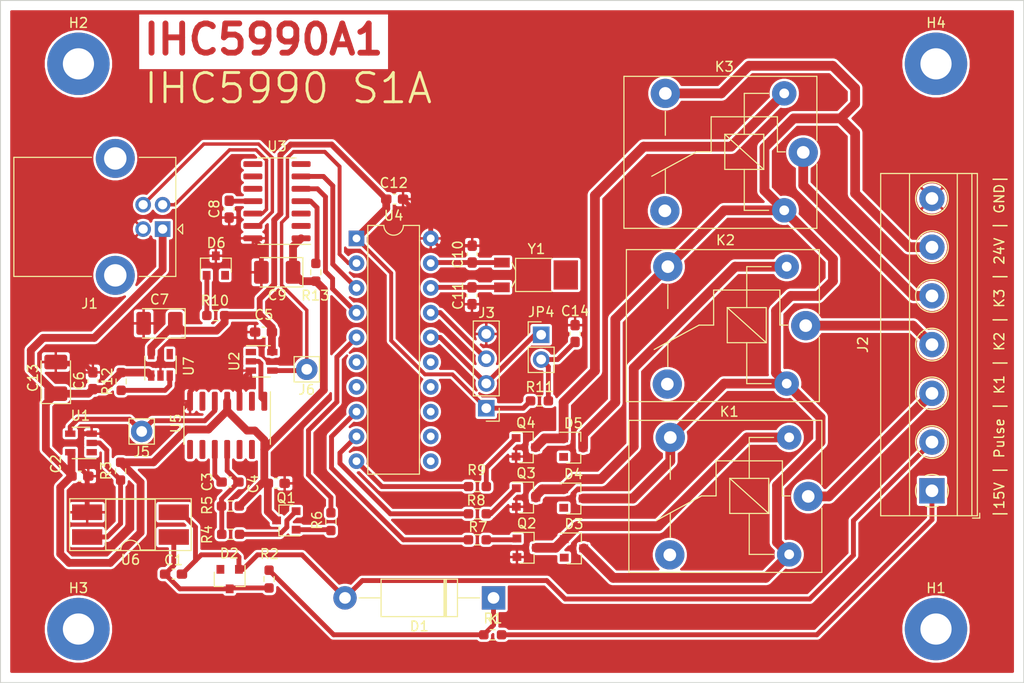
<source format=kicad_pcb>
(kicad_pcb (version 20171130) (host pcbnew "(5.1.10)-1")
  (layers (0 F.Cu signal) (31 B.Cu signal) (34 B.Paste user) (35 F.Paste user) (36 B.SilkS user) (37 F.SilkS user) (38 B.Mask user) (39 F.Mask user) (44 Edge.Cuts user))
  (net 0 "")
  (net 1 "Net-(C1-Pad2)")
  (net 2 "Net-(C1-Pad1)")
  (net 3 GND)
  (net 4 +3V3)
  (net 5 "Net-(C3-Pad1)")
  (net 6 "Net-(C3-Pad2)")
  (net 7 "Net-(C8-Pad2)")
  (net 8 "Net-(C10-Pad2)")
  (net 9 "Net-(C11-Pad2)")
  (net 10 "Net-(D1-Pad1)")
  (net 11 +24V)
  (net 12 "Net-(J1-Pad5)")
  (net 13 Test)
  (net 14 RST)
  (net 15 K1)
  (net 16 K2)
  (net 17 K3)
  (net 18 "Net-(K1-Pad4)")
  (net 19 "Net-(K2-Pad4)")
  (net 20 "Net-(K3-Pad4)")
  (net 21 "Net-(Q1-Pad2)")
  (net 22 "Net-(R3-Pad2)")
  (net 23 P1.3)
  (net 24 P2.0)
  (net 25 P2.1)
  (net 26 P2.2)
  (net 27 P1.0)
  (net 28 "Net-(U2-Pad2)")
  (net 29 "Net-(U3-Pad2)")
  (net 30 "Net-(U3-Pad3)")
  (net 31 "Net-(U3-Pad5)")
  (net 32 "Net-(U3-Pad6)")
  (net 33 "Net-(U3-Pad7)")
  (net 34 "Net-(U3-Pad8)")
  (net 35 "Net-(U3-Pad9)")
  (net 36 "Net-(U3-Pad10)")
  (net 37 "Net-(U4-Pad11)")
  (net 38 "Net-(U4-Pad12)")
  (net 39 "Net-(U4-Pad13)")
  (net 40 "Net-(U4-Pad14)")
  (net 41 "Net-(U4-Pad15)")
  (net 42 "Net-(U4-Pad6)")
  (net 43 "Net-(U4-Pad7)")
  (net 44 "Net-(U5-Pad9)")
  (net 45 "Net-(U5-Pad6)")
  (net 46 "Net-(U7-Pad4)")
  (net 47 +5V)
  (net 48 "Net-(D6-Pad2)")
  (net 49 "Net-(J5-Pad1)")
  (net 50 "Net-(J2-Pad1)")
  (net 51 "Net-(C14-Pad1)")
  (net 52 "Net-(D3-Pad2)")
  (net 53 "Net-(D4-Pad2)")
  (net 54 "Net-(D5-Pad2)")
  (net 55 "Net-(Q1-Pad1)")
  (net 56 "Net-(Q2-Pad1)")
  (net 57 "Net-(Q3-Pad1)")
  (net 58 "Net-(Q4-Pad1)")
  (net 59 "Net-(R12-Pad1)")
  (net 60 "Net-(J1-Pad2)")
  (net 61 "Net-(J1-Pad3)")
  (net 62 "Net-(R13-Pad1)")
  (module Connector_Pin:Pin_D1.1mm_L8.5mm_W2.5mm_FlatFork (layer F.Cu) (at 65.4304 76.8477)
    (fp_text reference J6 (at 0 2.1) (layer F.SilkS))
    (fp_text value Header)
    (pad 1 thru_hole circle (at 0 0) (size 2.2 2.2) (drill 1.1) (layers *.Cu *.Mask) (net 27 P1.0))
  )
  (module TerminalBlock_Phoenix:TerminalBlock_Phoenix_MKDS-1,5-7_1x07_P5.00mm_Horizontal (layer F.Cu) (at 129.584 89.314 90)
    (fp_text reference J2 (at 15 -7.084 90) (layer F.SilkS))
    (fp_text value Conn_01x07_Female)
    (pad 1 thru_hole rect (at 0 0 90) (size 2.6 2.6) (drill 1.3) (layers *.Cu *.Mask) (net 50 "Net-(J2-Pad1)"))
    (pad 2 thru_hole circle (at 5 0 90) (size 2.6 2.6) (drill 1.3) (layers *.Cu *.Mask) (net 1 "Net-(C1-Pad2)"))
    (pad 3 thru_hole circle (at 10 0 90) (size 2.6 2.6) (drill 1.3) (layers *.Cu *.Mask) (net 15 K1))
    (pad 4 thru_hole circle (at 15 0 90) (size 2.6 2.6) (drill 1.3) (layers *.Cu *.Mask) (net 16 K2))
    (pad 5 thru_hole circle (at 20 0 90) (size 2.6 2.6) (drill 1.3) (layers *.Cu *.Mask) (net 17 K3))
    (pad 6 thru_hole circle (at 25 0 90) (size 2.6 2.6) (drill 1.3) (layers *.Cu *.Mask) (net 11 +24V))
    (pad 7 thru_hole circle (at 30 0 90) (size 2.6 2.6) (drill 1.3) (layers *.Cu *.Mask) (net 3 GND))
  )
  (module Resistor_SMD:R_0603_1608Metric_Pad0.98x0.95mm_HandSolder (layer F.Cu) (at 67.9069 92.4814 270)
    (fp_text reference R6 (at -0.1524 1.4224 90) (layer F.SilkS))
    (fp_text value 10K)
    (pad 2 smd roundrect (at 0.9125 0 270) (size 0.975 0.95) (layers F.Cu F.Paste F.Mask) (net 55 "Net-(Q1-Pad1)"))
    (pad 1 smd roundrect (at -0.9125 0 270) (size 0.975 0.95) (layers F.Cu F.Paste F.Mask) (net 23 P1.3))
  )
  (module Package_TO_SOT_SMD:SOT-23-5 (layer F.Cu) (at 50.419 76.3905 90)
    (fp_text reference U7 (at -0.1397 2.8956 270) (layer F.SilkS))
    (fp_text value MIC5317-3.3YM5-TR)
    (pad 5 smd rect (at 1.1 -0.95 90) (size 1.06 0.65) (layers F.Cu F.Paste F.Mask) (net 4 +3V3))
    (pad 4 smd rect (at 1.1 0.95 90) (size 1.06 0.65) (layers F.Cu F.Paste F.Mask) (net 46 "Net-(U7-Pad4)"))
    (pad 3 smd rect (at -1.1 0.95 90) (size 1.06 0.65) (layers F.Cu F.Paste F.Mask) (net 59 "Net-(R12-Pad1)"))
    (pad 2 smd rect (at -1.1 0 90) (size 1.06 0.65) (layers F.Cu F.Paste F.Mask) (net 3 GND))
    (pad 1 smd rect (at -1.1 -0.95 90) (size 1.06 0.65) (layers F.Cu F.Paste F.Mask) (net 47 +5V))
  )
  (module Connector_USB:USB_B_Lumberg_2411_02_Horizontal (layer F.Cu) (at 50.6408 62.458 180)
    (fp_text reference J1 (at 7.5 -7.65) (layer F.SilkS))
    (fp_text value USB_B)
    (pad 1 thru_hole rect (at 0 0 270) (size 1.6 1.6) (drill 0.95) (layers *.Cu *.Mask) (net 47 +5V))
    (pad 2 thru_hole circle (at 0 2.5 270) (size 1.6 1.6) (drill 0.95) (layers *.Cu *.Mask) (net 60 "Net-(J1-Pad2)"))
    (pad 3 thru_hole circle (at 2 2.5 270) (size 1.6 1.6) (drill 0.95) (layers *.Cu *.Mask) (net 61 "Net-(J1-Pad3)"))
    (pad 4 thru_hole circle (at 2 0 270) (size 1.6 1.6) (drill 0.95) (layers *.Cu *.Mask) (net 3 GND))
    (pad 5 thru_hole circle (at 4.86 7.25 270) (size 4 4) (drill 2.3) (layers *.Cu *.Mask) (net 12 "Net-(J1-Pad5)"))
    (pad 5 thru_hole circle (at 4.86 -4.75 270) (size 4 4) (drill 2.3) (layers *.Cu *.Mask) (net 12 "Net-(J1-Pad5)"))
  )
  (module Capacitor_SMD:C_0603_1608Metric_Pad1.08x0.95mm_HandSolder (layer F.Cu) (at 51.7573 97.8656)
    (fp_text reference C1 (at 0 -1.43) (layer F.SilkS))
    (fp_text value 100pF)
    (pad 2 smd roundrect (at 0.8625 0) (size 1.075 0.95) (layers F.Cu F.Paste F.Mask) (net 1 "Net-(C1-Pad2)"))
    (pad 1 smd roundrect (at -0.8625 0) (size 1.075 0.95) (layers F.Cu F.Paste F.Mask) (net 2 "Net-(C1-Pad1)"))
  )
  (module Capacitor_SMD:C_0603_1608Metric_Pad1.08x0.95mm_HandSolder (layer F.Cu) (at 42.1475 87.81 180)
    (fp_text reference C2 (at 2.46 1.2595 90) (layer F.SilkS))
    (fp_text value 100nF)
    (pad 1 smd roundrect (at -0.8625 0 180) (size 1.075 0.95) (layers F.Cu F.Paste F.Mask) (net 3 GND))
    (pad 2 smd roundrect (at 0.8625 0 180) (size 1.075 0.95) (layers F.Cu F.Paste F.Mask) (net 47 +5V))
  )
  (module Capacitor_SMD:C_0603_1608Metric_Pad1.08x0.95mm_HandSolder (layer F.Cu) (at 57.5525 88.42)
    (fp_text reference C3 (at -2.3525 -0.02 90) (layer F.SilkS))
    (fp_text value 68nF)
    (pad 2 smd roundrect (at 0.8625 0) (size 1.075 0.95) (layers F.Cu F.Paste F.Mask) (net 6 "Net-(C3-Pad2)"))
    (pad 1 smd roundrect (at -0.8625 0) (size 1.075 0.95) (layers F.Cu F.Paste F.Mask) (net 5 "Net-(C3-Pad1)"))
  )
  (module Capacitor_SMD:C_0603_1608Metric_Pad1.08x0.95mm_HandSolder (layer F.Cu) (at 62.2993 88.5496)
    (fp_text reference C4 (at -2.3553 0.0504 90) (layer F.SilkS))
    (fp_text value 100nF)
    (pad 1 smd roundrect (at -0.8625 0) (size 1.075 0.95) (layers F.Cu F.Paste F.Mask) (net 47 +5V))
    (pad 2 smd roundrect (at 0.8625 0) (size 1.075 0.95) (layers F.Cu F.Paste F.Mask) (net 3 GND))
  )
  (module Capacitor_SMD:C_0603_1608Metric_Pad1.08x0.95mm_HandSolder (layer F.Cu) (at 60.9933 73.0299 180)
    (fp_text reference C5 (at -0.0302 1.7702) (layer F.SilkS))
    (fp_text value 100nF)
    (pad 1 smd roundrect (at -0.8625 0 180) (size 1.075 0.95) (layers F.Cu F.Paste F.Mask) (net 4 +3V3))
    (pad 2 smd roundrect (at 0.8625 0 180) (size 1.075 0.95) (layers F.Cu F.Paste F.Mask) (net 3 GND))
  )
  (module Capacitor_SMD:C_0603_1608Metric_Pad1.08x0.95mm_HandSolder (layer F.Cu) (at 43.48 78.02 90)
    (fp_text reference C6 (at 0 -1.43 90) (layer F.SilkS))
    (fp_text value 100nF)
    (pad 2 smd roundrect (at 0.8625 0 90) (size 1.075 0.95) (layers F.Cu F.Paste F.Mask) (net 3 GND))
    (pad 1 smd roundrect (at -0.8625 0 90) (size 1.075 0.95) (layers F.Cu F.Paste F.Mask) (net 47 +5V))
  )
  (module Capacitor_SMD:C_0603_1608Metric_Pad1.08x0.95mm_HandSolder (layer F.Cu) (at 57.4675 60.415 90)
    (fp_text reference C8 (at 0.0265 -1.524 90) (layer F.SilkS))
    (fp_text value 100nF)
    (pad 2 smd roundrect (at 0.8625 0 90) (size 1.075 0.95) (layers F.Cu F.Paste F.Mask) (net 7 "Net-(C8-Pad2)"))
    (pad 1 smd roundrect (at -0.8625 0 90) (size 1.075 0.95) (layers F.Cu F.Paste F.Mask) (net 3 GND))
  )
  (module Capacitor_SMD:C_0603_1608Metric_Pad1.08x0.95mm_HandSolder (layer F.Cu) (at 82.4068 65.0271 270)
    (fp_text reference C10 (at 0.0375 1.475 90) (layer F.SilkS))
    (fp_text value 15pF)
    (pad 2 smd roundrect (at 0.8625 0 270) (size 1.075 0.95) (layers F.Cu F.Paste F.Mask) (net 8 "Net-(C10-Pad2)"))
    (pad 1 smd roundrect (at -0.8625 0 270) (size 1.075 0.95) (layers F.Cu F.Paste F.Mask) (net 3 GND))
  )
  (module Capacitor_SMD:C_0603_1608Metric_Pad1.08x0.95mm_HandSolder (layer F.Cu) (at 82.3818 69.3021 90)
    (fp_text reference C11 (at 0 -1.43 90) (layer F.SilkS))
    (fp_text value 15pF)
    (pad 1 smd roundrect (at -0.8625 0 90) (size 1.075 0.95) (layers F.Cu F.Paste F.Mask) (net 3 GND))
    (pad 2 smd roundrect (at 0.8625 0 90) (size 1.075 0.95) (layers F.Cu F.Paste F.Mask) (net 9 "Net-(C11-Pad2)"))
  )
  (module Capacitor_SMD:C_0603_1608Metric_Pad1.08x0.95mm_HandSolder (layer F.Cu) (at 74.4485 59.3852 180)
    (fp_text reference C12 (at 0.09 1.6637 180) (layer F.SilkS))
    (fp_text value 100nF)
    (pad 1 smd roundrect (at -0.8625 0 180) (size 1.075 0.95) (layers F.Cu F.Paste F.Mask) (net 3 GND))
    (pad 2 smd roundrect (at 0.8625 0 180) (size 1.075 0.95) (layers F.Cu F.Paste F.Mask) (net 4 +3V3))
  )
  (module Diode_THT:D_DO-15_P15.24mm_Horizontal (layer F.Cu) (at 84.5947 100.3046 180)
    (fp_text reference D1 (at 7.62 -2.92) (layer F.SilkS))
    (fp_text value P6KE13CA)
    (fp_text user K (at 0 -2.2) (layer F.SilkS))
    (pad 1 thru_hole rect (at 0 0 180) (size 2.4 2.4) (drill 1.2) (layers *.Cu *.Mask) (net 10 "Net-(D1-Pad1)"))
    (pad 2 thru_hole oval (at 15.24 0 180) (size 2.4 2.4) (drill 1.2) (layers *.Cu *.Mask) (net 1 "Net-(C1-Pad2)"))
  )
  (module Diode_SMD:D_SOT-23_ANK (layer F.Cu) (at 56.1 66.2 90)
    (fp_text reference D6 (at 2.319 0.034 180) (layer F.SilkS))
    (fp_text value LED)
    (pad 2 smd rect (at -1 -0.95 90) (size 0.9 0.8) (layers F.Cu F.Paste F.Mask) (net 48 "Net-(D6-Pad2)"))
    (pad "" smd rect (at -1 0.95 90) (size 0.9 0.8) (layers F.Cu F.Paste F.Mask))
    (pad 1 smd rect (at 1 0 90) (size 0.9 0.8) (layers F.Cu F.Paste F.Mask) (net 3 GND))
  )
  (module MountingHole:MountingHole_3.2mm_M3_Pad (layer F.Cu) (at 130 103.5)
    (fp_text reference H1 (at 0 -4.2) (layer F.SilkS))
    (fp_text value MountingHole)
    (pad 1 thru_hole circle (at 0 0) (size 6.4 6.4) (drill 3.2) (layers *.Cu *.Mask))
  )
  (module MountingHole:MountingHole_3.2mm_M3_Pad (layer F.Cu) (at 42 45.5)
    (fp_text reference H2 (at 0 -4.2) (layer F.SilkS))
    (fp_text value MountingHole)
    (pad 1 thru_hole circle (at 0 0) (size 6.4 6.4) (drill 3.2) (layers *.Cu *.Mask))
  )
  (module MountingHole:MountingHole_3.2mm_M3_Pad (layer F.Cu) (at 42 103.5)
    (fp_text reference H3 (at 0 -4.2) (layer F.SilkS))
    (fp_text value MountingHole)
    (pad 1 thru_hole circle (at 0 0) (size 6.4 6.4) (drill 3.2) (layers *.Cu *.Mask))
  )
  (module MountingHole:MountingHole_3.2mm_M3_Pad (layer F.Cu) (at 130 45.5)
    (fp_text reference H4 (at 0 -4.2) (layer F.SilkS))
    (fp_text value MountingHole)
    (pad 1 thru_hole circle (at 0 0) (size 6.4 6.4) (drill 3.2) (layers *.Cu *.Mask))
  )
  (module Relay_THT:Relay_SPDT_SANYOU_SRD_Series_Form_C (layer F.Cu) (at 116.884 89.89 180)
    (fp_text reference K1 (at 8.1 8.69) (layer F.SilkS))
    (fp_text value G5LE)
    (pad 2 thru_hole circle (at 1.95 6.05 270) (size 2.5 2.5) (drill 1) (layers *.Cu *.Mask) (net 52 "Net-(D3-Pad2)"))
    (pad 3 thru_hole circle (at 14.15 6.05 270) (size 3 3) (drill 1.3) (layers *.Cu *.Mask) (net 11 +24V))
    (pad 4 thru_hole circle (at 14.2 -6 270) (size 3 3) (drill 1.3) (layers *.Cu *.Mask) (net 18 "Net-(K1-Pad4)"))
    (pad 5 thru_hole circle (at 1.95 -5.95 270) (size 2.5 2.5) (drill 1) (layers *.Cu *.Mask) (net 11 +24V))
    (pad 1 thru_hole circle (at 0 0 270) (size 3 3) (drill 1.3) (layers *.Cu *.Mask) (net 15 K1))
  )
  (module Relay_THT:Relay_SPDT_SANYOU_SRD_Series_Form_C (layer F.Cu) (at 116.63 72.364 180)
    (fp_text reference K2 (at 8.23 8.764) (layer F.SilkS))
    (fp_text value G5LE)
    (pad 2 thru_hole circle (at 1.95 6.05 270) (size 2.5 2.5) (drill 1) (layers *.Cu *.Mask) (net 53 "Net-(D4-Pad2)"))
    (pad 3 thru_hole circle (at 14.15 6.05 270) (size 3 3) (drill 1.3) (layers *.Cu *.Mask) (net 11 +24V))
    (pad 4 thru_hole circle (at 14.2 -6 270) (size 3 3) (drill 1.3) (layers *.Cu *.Mask) (net 19 "Net-(K2-Pad4)"))
    (pad 5 thru_hole circle (at 1.95 -5.95 270) (size 2.5 2.5) (drill 1) (layers *.Cu *.Mask) (net 11 +24V))
    (pad 1 thru_hole circle (at 0 0 270) (size 3 3) (drill 1.3) (layers *.Cu *.Mask) (net 16 K2))
  )
  (module Relay_THT:Relay_SPDT_SANYOU_SRD_Series_Form_C (layer F.Cu) (at 116.376 54.584 180)
    (fp_text reference K3 (at 8.1 8.784) (layer F.SilkS))
    (fp_text value G5LE)
    (pad 1 thru_hole circle (at 0 0 270) (size 3 3) (drill 1.3) (layers *.Cu *.Mask) (net 17 K3))
    (pad 5 thru_hole circle (at 1.95 -5.95 270) (size 2.5 2.5) (drill 1) (layers *.Cu *.Mask) (net 11 +24V))
    (pad 4 thru_hole circle (at 14.2 -6 270) (size 3 3) (drill 1.3) (layers *.Cu *.Mask) (net 20 "Net-(K3-Pad4)"))
    (pad 3 thru_hole circle (at 14.15 6.05 270) (size 3 3) (drill 1.3) (layers *.Cu *.Mask) (net 11 +24V))
    (pad 2 thru_hole circle (at 1.95 6.05 270) (size 2.5 2.5) (drill 1) (layers *.Cu *.Mask) (net 54 "Net-(D5-Pad2)"))
  )
  (module Resistor_SMD:R_0603_1608Metric_Pad0.98x0.95mm_HandSolder (layer F.Cu) (at 84.5077 104.0892)
    (fp_text reference R1 (at 0.0273 -1.6764) (layer F.SilkS))
    (fp_text value 1K5)
    (pad 1 smd roundrect (at -0.9125 0) (size 0.975 0.95) (layers F.Cu F.Paste F.Mask) (net 10 "Net-(D1-Pad1)"))
    (pad 2 smd roundrect (at 0.9125 0) (size 0.975 0.95) (layers F.Cu F.Paste F.Mask) (net 50 "Net-(J2-Pad1)"))
  )
  (module Resistor_SMD:R_0603_1608Metric_Pad0.98x0.95mm_HandSolder (layer F.Cu) (at 61.5628 98.3736 270)
    (fp_text reference R2 (at -2.5736 -0.0372 180) (layer F.SilkS))
    (fp_text value 1K2)
    (pad 2 smd roundrect (at 0.9125 0 270) (size 0.975 0.95) (layers F.Cu F.Paste F.Mask) (net 2 "Net-(C1-Pad1)"))
    (pad 1 smd roundrect (at -0.9125 0 270) (size 0.975 0.95) (layers F.Cu F.Paste F.Mask) (net 10 "Net-(D1-Pad1)"))
  )
  (module Resistor_SMD:R_0603_1608Metric_Pad0.98x0.95mm_HandSolder (layer F.Cu) (at 46.3228 87.3011 270)
    (fp_text reference R3 (at -0.0521 1.4918 90) (layer F.SilkS))
    (fp_text value 4K7)
    (pad 1 smd roundrect (at -0.9125 0 270) (size 0.975 0.95) (layers F.Cu F.Paste F.Mask) (net 47 +5V))
    (pad 2 smd roundrect (at 0.9125 0 270) (size 0.975 0.95) (layers F.Cu F.Paste F.Mask) (net 22 "Net-(R3-Pad2)"))
  )
  (module Resistor_SMD:R_0603_1608Metric_Pad0.98x0.95mm_HandSolder (layer F.Cu) (at 57.6193 93.7796 180)
    (fp_text reference R4 (at 2.4193 -0.0204 90) (layer F.SilkS))
    (fp_text value 470)
    (pad 1 smd roundrect (at -0.9125 0 180) (size 0.975 0.95) (layers F.Cu F.Paste F.Mask) (net 21 "Net-(Q1-Pad2)"))
    (pad 2 smd roundrect (at 0.9125 0 180) (size 0.975 0.95) (layers F.Cu F.Paste F.Mask) (net 6 "Net-(C3-Pad2)"))
  )
  (module Resistor_SMD:R_0603_1608Metric_Pad0.98x0.95mm_HandSolder (layer F.Cu) (at 57.5943 90.8796 180)
    (fp_text reference R5 (at 2.3943 0.0796 90) (layer F.SilkS))
    (fp_text value 5K6)
    (pad 2 smd roundrect (at 0.9125 0 180) (size 0.975 0.95) (layers F.Cu F.Paste F.Mask) (net 6 "Net-(C3-Pad2)"))
    (pad 1 smd roundrect (at -0.9125 0 180) (size 0.975 0.95) (layers F.Cu F.Paste F.Mask) (net 47 +5V))
  )
  (module Resistor_SMD:R_0603_1608Metric_Pad0.98x0.95mm_HandSolder (layer F.Cu) (at 82.9332 94.3418 180)
    (fp_text reference R7 (at -0.0613 1.3143 180) (layer F.SilkS))
    (fp_text value 4K7)
    (pad 1 smd roundrect (at -0.9125 0 180) (size 0.975 0.95) (layers F.Cu F.Paste F.Mask) (net 56 "Net-(Q2-Pad1)"))
    (pad 2 smd roundrect (at 0.9125 0 180) (size 0.975 0.95) (layers F.Cu F.Paste F.Mask) (net 24 P2.0))
  )
  (module Resistor_SMD:R_0603_1608Metric_Pad0.98x0.95mm_HandSolder (layer F.Cu) (at 82.94 91.6734)
    (fp_text reference R8 (at -0.136 -1.3764 180) (layer F.SilkS))
    (fp_text value 4K7)
    (pad 2 smd roundrect (at 0.9125 0) (size 0.975 0.95) (layers F.Cu F.Paste F.Mask) (net 57 "Net-(Q3-Pad1)"))
    (pad 1 smd roundrect (at -0.9125 0) (size 0.975 0.95) (layers F.Cu F.Paste F.Mask) (net 25 P2.1))
  )
  (module Resistor_SMD:R_0603_1608Metric_Pad0.98x0.95mm_HandSolder (layer F.Cu) (at 82.94 88.8794 180)
    (fp_text reference R9 (at 0.0725 1.6939 180) (layer F.SilkS))
    (fp_text value 4k7)
    (pad 1 smd roundrect (at -0.9125 0 180) (size 0.975 0.95) (layers F.Cu F.Paste F.Mask) (net 58 "Net-(Q4-Pad1)"))
    (pad 2 smd roundrect (at 0.9125 0 180) (size 0.975 0.95) (layers F.Cu F.Paste F.Mask) (net 26 P2.2))
  )
  (module Resistor_SMD:R_0603_1608Metric_Pad0.98x0.95mm_HandSolder (layer F.Cu) (at 56.0903 71.32626 180)
    (fp_text reference R10 (at 0.0903 1.52626) (layer F.SilkS))
    (fp_text value 270)
    (pad 1 smd roundrect (at -0.9125 0 180) (size 0.975 0.95) (layers F.Cu F.Paste F.Mask) (net 4 +3V3))
    (pad 2 smd roundrect (at 0.9125 0 180) (size 0.975 0.95) (layers F.Cu F.Paste F.Mask) (net 48 "Net-(D6-Pad2)"))
  )
  (module Package_TO_SOT_SMD:SOT-23-5 (layer F.Cu) (at 42.2588 84.4036 180)
    (fp_text reference U1 (at 0.0588 2.8036) (layer F.SilkS))
    (fp_text value 74VHC1G14)
    (pad 1 smd rect (at -1.1 -0.95 180) (size 1.06 0.65) (layers F.Cu F.Paste F.Mask))
    (pad 2 smd rect (at -1.1 0 180) (size 1.06 0.65) (layers F.Cu F.Paste F.Mask) (net 22 "Net-(R3-Pad2)"))
    (pad 3 smd rect (at -1.1 0.95 180) (size 1.06 0.65) (layers F.Cu F.Paste F.Mask) (net 3 GND))
    (pad 4 smd rect (at 1.1 0.95 180) (size 1.06 0.65) (layers F.Cu F.Paste F.Mask) (net 49 "Net-(J5-Pad1)"))
    (pad 5 smd rect (at 1.1 -0.95 180) (size 1.06 0.65) (layers F.Cu F.Paste F.Mask) (net 47 +5V))
  )
  (module Package_TO_SOT_SMD:SOT-23-5 (layer F.Cu) (at 60.7933 76.0299)
    (fp_text reference U2 (at -2.8 0 270) (layer F.SilkS))
    (fp_text value 74VHC1G14)
    (pad 1 smd rect (at -1.1 -0.95) (size 1.06 0.65) (layers F.Cu F.Paste F.Mask))
    (pad 2 smd rect (at -1.1 0) (size 1.06 0.65) (layers F.Cu F.Paste F.Mask) (net 28 "Net-(U2-Pad2)"))
    (pad 3 smd rect (at -1.1 0.95) (size 1.06 0.65) (layers F.Cu F.Paste F.Mask) (net 3 GND))
    (pad 4 smd rect (at 1.1 0.95) (size 1.06 0.65) (layers F.Cu F.Paste F.Mask) (net 27 P1.0))
    (pad 5 smd rect (at 1.1 -0.95) (size 1.06 0.65) (layers F.Cu F.Paste F.Mask) (net 4 +3V3))
  )
  (module Package_SO:SOIC-14_3.9x8.7mm_P1.27mm (layer F.Cu) (at 62.37396 59.5943 180)
    (fp_text reference U3 (at -0.00004 5.63) (layer F.SilkS))
    (fp_text value MCP2221AxP)
    (pad 1 smd roundrect (at -2.475 -3.81 180) (size 1.95 0.6) (layers F.Cu F.Paste F.Mask) (net 47 +5V))
    (pad 2 smd roundrect (at -2.475 -2.54 180) (size 1.95 0.6) (layers F.Cu F.Paste F.Mask) (net 29 "Net-(U3-Pad2)"))
    (pad 3 smd roundrect (at -2.475 -1.27 180) (size 1.95 0.6) (layers F.Cu F.Paste F.Mask) (net 30 "Net-(U3-Pad3)"))
    (pad 4 smd roundrect (at -2.475 0 180) (size 1.95 0.6) (layers F.Cu F.Paste F.Mask) (net 62 "Net-(R13-Pad1)"))
    (pad 5 smd roundrect (at -2.475 1.27 180) (size 1.95 0.6) (layers F.Cu F.Paste F.Mask) (net 31 "Net-(U3-Pad5)"))
    (pad 6 smd roundrect (at -2.475 2.54 180) (size 1.95 0.6) (layers F.Cu F.Paste F.Mask) (net 32 "Net-(U3-Pad6)"))
    (pad 7 smd roundrect (at -2.475 3.81 180) (size 1.95 0.6) (layers F.Cu F.Paste F.Mask) (net 33 "Net-(U3-Pad7)"))
    (pad 8 smd roundrect (at 2.475 3.81 180) (size 1.95 0.6) (layers F.Cu F.Paste F.Mask) (net 34 "Net-(U3-Pad8)"))
    (pad 9 smd roundrect (at 2.475 2.54 180) (size 1.95 0.6) (layers F.Cu F.Paste F.Mask) (net 35 "Net-(U3-Pad9)"))
    (pad 10 smd roundrect (at 2.475 1.27 180) (size 1.95 0.6) (layers F.Cu F.Paste F.Mask) (net 36 "Net-(U3-Pad10)"))
    (pad 11 smd roundrect (at 2.475 0 180) (size 1.95 0.6) (layers F.Cu F.Paste F.Mask) (net 7 "Net-(C8-Pad2)"))
    (pad 12 smd roundrect (at 2.475 -1.27 180) (size 1.95 0.6) (layers F.Cu F.Paste F.Mask) (net 60 "Net-(J1-Pad2)"))
    (pad 13 smd roundrect (at 2.475 -2.54 180) (size 1.95 0.6) (layers F.Cu F.Paste F.Mask) (net 61 "Net-(J1-Pad3)"))
    (pad 14 smd roundrect (at 2.475 -3.81 180) (size 1.95 0.6) (layers F.Cu F.Paste F.Mask) (net 3 GND))
  )
  (module Package_DIP:DIP-20_W7.62mm (layer F.Cu) (at 70.5318 63.4146)
    (fp_text reference U4 (at 3.81 -2.33) (layer F.SilkS))
    (fp_text value MSP430G2553IN20)
    (pad 1 thru_hole rect (at 0 0) (size 1.6 1.6) (drill 0.8) (layers *.Cu *.Mask) (net 4 +3V3))
    (pad 11 thru_hole oval (at 7.62 22.86) (size 1.6 1.6) (drill 0.8) (layers *.Cu *.Mask) (net 37 "Net-(U4-Pad11)"))
    (pad 2 thru_hole oval (at 0 2.54) (size 1.6 1.6) (drill 0.8) (layers *.Cu *.Mask) (net 27 P1.0))
    (pad 12 thru_hole oval (at 7.62 20.32) (size 1.6 1.6) (drill 0.8) (layers *.Cu *.Mask) (net 38 "Net-(U4-Pad12)"))
    (pad 3 thru_hole oval (at 0 5.08) (size 1.6 1.6) (drill 0.8) (layers *.Cu *.Mask) (net 32 "Net-(U3-Pad6)"))
    (pad 13 thru_hole oval (at 7.62 17.78) (size 1.6 1.6) (drill 0.8) (layers *.Cu *.Mask) (net 39 "Net-(U4-Pad13)"))
    (pad 4 thru_hole oval (at 0 7.62) (size 1.6 1.6) (drill 0.8) (layers *.Cu *.Mask) (net 31 "Net-(U3-Pad5)"))
    (pad 14 thru_hole oval (at 7.62 15.24) (size 1.6 1.6) (drill 0.8) (layers *.Cu *.Mask) (net 40 "Net-(U4-Pad14)"))
    (pad 5 thru_hole oval (at 0 10.16) (size 1.6 1.6) (drill 0.8) (layers *.Cu *.Mask) (net 23 P1.3))
    (pad 15 thru_hole oval (at 7.62 12.7) (size 1.6 1.6) (drill 0.8) (layers *.Cu *.Mask) (net 41 "Net-(U4-Pad15)"))
    (pad 6 thru_hole oval (at 0 12.7) (size 1.6 1.6) (drill 0.8) (layers *.Cu *.Mask) (net 42 "Net-(U4-Pad6)"))
    (pad 16 thru_hole oval (at 7.62 10.16) (size 1.6 1.6) (drill 0.8) (layers *.Cu *.Mask) (net 14 RST))
    (pad 7 thru_hole oval (at 0 15.24) (size 1.6 1.6) (drill 0.8) (layers *.Cu *.Mask) (net 43 "Net-(U4-Pad7)"))
    (pad 17 thru_hole oval (at 7.62 7.62) (size 1.6 1.6) (drill 0.8) (layers *.Cu *.Mask) (net 13 Test))
    (pad 8 thru_hole oval (at 0 17.78) (size 1.6 1.6) (drill 0.8) (layers *.Cu *.Mask) (net 24 P2.0))
    (pad 18 thru_hole oval (at 7.62 5.08) (size 1.6 1.6) (drill 0.8) (layers *.Cu *.Mask) (net 9 "Net-(C11-Pad2)"))
    (pad 9 thru_hole oval (at 0 20.32) (size 1.6 1.6) (drill 0.8) (layers *.Cu *.Mask) (net 25 P2.1))
    (pad 19 thru_hole oval (at 7.62 2.54) (size 1.6 1.6) (drill 0.8) (layers *.Cu *.Mask) (net 8 "Net-(C10-Pad2)"))
    (pad 10 thru_hole oval (at 0 22.86) (size 1.6 1.6) (drill 0.8) (layers *.Cu *.Mask) (net 26 P2.2))
    (pad 20 thru_hole oval (at 7.62 0) (size 1.6 1.6) (drill 0.8) (layers *.Cu *.Mask) (net 3 GND))
  )
  (module Package_SO:SOIC-14_3.9x8.7mm_P1.27mm (layer F.Cu) (at 57.2618 82.5996 270)
    (fp_text reference U5 (at -0.1996 5.2618 90) (layer F.SilkS))
    (fp_text value 74121)
    (pad 14 smd roundrect (at 2.475 -3.81 270) (size 1.95 0.6) (layers F.Cu F.Paste F.Mask) (net 47 +5V))
    (pad 13 smd roundrect (at 2.475 -2.54 270) (size 1.95 0.6) (layers F.Cu F.Paste F.Mask))
    (pad 12 smd roundrect (at 2.475 -1.27 270) (size 1.95 0.6) (layers F.Cu F.Paste F.Mask))
    (pad 11 smd roundrect (at 2.475 0 270) (size 1.95 0.6) (layers F.Cu F.Paste F.Mask) (net 6 "Net-(C3-Pad2)"))
    (pad 10 smd roundrect (at 2.475 1.27 270) (size 1.95 0.6) (layers F.Cu F.Paste F.Mask) (net 5 "Net-(C3-Pad1)"))
    (pad 9 smd roundrect (at 2.475 2.54 270) (size 1.95 0.6) (layers F.Cu F.Paste F.Mask) (net 44 "Net-(U5-Pad9)"))
    (pad 8 smd roundrect (at 2.475 3.81 270) (size 1.95 0.6) (layers F.Cu F.Paste F.Mask))
    (pad 7 smd roundrect (at -2.475 3.81 270) (size 1.95 0.6) (layers F.Cu F.Paste F.Mask) (net 3 GND))
    (pad 6 smd roundrect (at -2.475 2.54 270) (size 1.95 0.6) (layers F.Cu F.Paste F.Mask) (net 45 "Net-(U5-Pad6)"))
    (pad 5 smd roundrect (at -2.475 1.27 270) (size 1.95 0.6) (layers F.Cu F.Paste F.Mask) (net 49 "Net-(J5-Pad1)"))
    (pad 4 smd roundrect (at -2.475 0 270) (size 1.95 0.6) (layers F.Cu F.Paste F.Mask) (net 47 +5V))
    (pad 3 smd roundrect (at -2.475 -1.27 270) (size 1.95 0.6) (layers F.Cu F.Paste F.Mask) (net 3 GND))
    (pad 2 smd roundrect (at -2.475 -2.54 270) (size 1.95 0.6) (layers F.Cu F.Paste F.Mask))
    (pad 1 smd roundrect (at -2.475 -3.81 270) (size 1.95 0.6) (layers F.Cu F.Paste F.Mask) (net 28 "Net-(U2-Pad2)"))
  )
  (module Package_DIP:DIP-4_W8.89mm_SMDSocket_LongPads (layer F.Cu) (at 47.3388 92.7856 180)
    (fp_text reference U6 (at 0 -3.6) (layer F.SilkS))
    (fp_text value SFH617A-1)
    (pad 1 smd rect (at -4.445 -1.27 180) (size 3.1 1.6) (layers F.Cu F.Paste F.Mask) (net 2 "Net-(C1-Pad1)"))
    (pad 3 smd rect (at 4.445 1.27 180) (size 3.1 1.6) (layers F.Cu F.Paste F.Mask) (net 3 GND))
    (pad 2 smd rect (at -4.445 1.27 180) (size 3.1 1.6) (layers F.Cu F.Paste F.Mask) (net 1 "Net-(C1-Pad2)"))
    (pad 4 smd rect (at 4.445 -1.27 180) (size 3.1 1.6) (layers F.Cu F.Paste F.Mask) (net 22 "Net-(R3-Pad2)"))
  )
  (module Crystal:Crystal_SMD_MicroCrystal_MS1V-T1K (layer F.Cu) (at 88.9568 67.1646 90)
    (fp_text reference Y1 (at 2.6646 0.0432) (layer F.SilkS))
    (fp_text value 32.768kHz)
    (pad 1 smd rect (at -1.27 -3.5 90) (size 1 1.6) (layers F.Cu F.Paste F.Mask) (net 9 "Net-(C11-Pad2)"))
    (pad 2 smd rect (at 1.27 -3.5 90) (size 1 1.6) (layers F.Cu F.Paste F.Mask) (net 8 "Net-(C10-Pad2)"))
    (pad 3 smd rect (at 0 3.05 90) (size 3 2.5) (layers F.Cu F.Paste F.Mask))
  )
  (module Connector_PinHeader_2.54mm:PinHeader_1x04_P2.54mm_Vertical (layer F.Cu) (at 83.85 80.84 180)
    (fp_text reference J3 (at -0.0335 9.7835) (layer F.SilkS))
    (fp_text value "Pin header")
    (pad 4 thru_hole oval (at 0 7.62 180) (size 1.7 1.7) (drill 1) (layers *.Cu *.Mask) (net 3 GND))
    (pad 3 thru_hole oval (at 0 5.08 180) (size 1.7 1.7) (drill 1) (layers *.Cu *.Mask) (net 13 Test))
    (pad 2 thru_hole oval (at 0 2.54 180) (size 1.7 1.7) (drill 1) (layers *.Cu *.Mask) (net 14 RST))
    (pad 1 thru_hole rect (at 0 0 180) (size 1.7 1.7) (drill 1) (layers *.Cu *.Mask) (net 4 +3V3))
  )
  (module Capacitor_Tantalum_SMD:CP_EIA-3528-12_Kemet-T_Pad1.50x2.35mm_HandSolder (layer F.Cu) (at 50.3159 72.1316 180)
    (fp_text reference C7 (at 0 2.45) (layer F.SilkS))
    (fp_text value 10uF)
    (pad 1 smd roundrect (at -1.625 0 180) (size 1.5 2.35) (layers F.Cu F.Paste F.Mask) (roundrect_rratio 0.1666666666666667) (net 4 +3V3))
    (pad 2 smd roundrect (at 1.625 0 180) (size 1.5 2.35) (layers F.Cu F.Paste F.Mask) (roundrect_rratio 0.1666666666666667) (net 3 GND))
  )
  (module Capacitor_Tantalum_SMD:CP_EIA-3528-12_Kemet-T_Pad1.50x2.35mm_HandSolder (layer F.Cu) (at 62.3957 66.8909 180)
    (fp_text reference C9 (at 0 -2.35) (layer F.SilkS))
    (fp_text value 10uF)
    (pad 1 smd roundrect (at -1.625 0 180) (size 1.5 2.35) (layers F.Cu F.Paste F.Mask) (roundrect_rratio 0.1666666666666667) (net 47 +5V))
    (pad 2 smd roundrect (at 1.625 0 180) (size 1.5 2.35) (layers F.Cu F.Paste F.Mask) (roundrect_rratio 0.1666666666666667) (net 3 GND))
  )
  (module Capacitor_Tantalum_SMD:CP_EIA-3528-12_Kemet-T_Pad1.50x2.35mm_HandSolder (layer F.Cu) (at 39.675 77.725 90)
    (fp_text reference C13 (at 0 -2.35 90) (layer F.SilkS))
    (fp_text value 10uF)
    (pad 2 smd roundrect (at 1.625 0 90) (size 1.5 2.35) (layers F.Cu F.Paste F.Mask) (roundrect_rratio 0.1666666666666667) (net 3 GND))
    (pad 1 smd roundrect (at -1.625 0 90) (size 1.5 2.35) (layers F.Cu F.Paste F.Mask) (roundrect_rratio 0.1666666666666667) (net 47 +5V))
  )
  (module Capacitor_SMD:C_0603_1608Metric_Pad1.08x0.95mm_HandSolder (layer F.Cu) (at 92.964 73.1763 90)
    (fp_text reference C14 (at 2.3103 0 180) (layer F.SilkS))
    (fp_text value 10n)
    (pad 2 smd roundrect (at 0.8625 0 90) (size 1.075 0.95) (layers F.Cu F.Paste F.Mask) (net 3 GND))
    (pad 1 smd roundrect (at -0.8625 0 90) (size 1.075 0.95) (layers F.Cu F.Paste F.Mask) (net 51 "Net-(C14-Pad1)"))
  )
  (module Resistor_SMD:R_0603_1608Metric_Pad0.98x0.95mm_HandSolder (layer F.Cu) (at 89.3083 80.0862)
    (fp_text reference R11 (at 0.0235 -1.4224) (layer F.SilkS))
    (fp_text value 47k)
    (pad 1 smd roundrect (at -0.9125 0) (size 0.975 0.95) (layers F.Cu F.Paste F.Mask) (net 4 +3V3))
    (pad 2 smd roundrect (at 0.9125 0) (size 0.975 0.95) (layers F.Cu F.Paste F.Mask) (net 51 "Net-(C14-Pad1)"))
  )
  (module Connector_PinHeader_2.54mm:PinHeader_1x02_P2.54mm_Vertical (layer F.Cu) (at 89.4842 73.3044)
    (fp_text reference JP4 (at 0 -2.33) (layer F.SilkS))
    (fp_text value Jumper_2_Open)
    (pad 1 thru_hole rect (at 0 0) (size 1.7 1.7) (drill 1) (layers *.Cu *.Mask) (net 14 RST))
    (pad 2 thru_hole oval (at 0 2.54) (size 1.7 1.7) (drill 1) (layers *.Cu *.Mask) (net 51 "Net-(C14-Pad1)"))
  )
  (module Package_TO_SOT_SMD:SOT-23 (layer F.Cu) (at 63.3349 92.3544 180)
    (fp_text reference Q1 (at 0.0254 2.3114 180) (layer F.SilkS))
    (fp_text value BSN20)
    (pad 3 smd rect (at 1 0 180) (size 0.9 0.8) (layers F.Cu F.Paste F.Mask) (net 47 +5V))
    (pad 2 smd rect (at -1 0.95 180) (size 0.9 0.8) (layers F.Cu F.Paste F.Mask) (net 21 "Net-(Q1-Pad2)"))
    (pad 1 smd rect (at -1 -0.95 180) (size 0.9 0.8) (layers F.Cu F.Paste F.Mask) (net 55 "Net-(Q1-Pad1)"))
  )
  (module Package_TO_SOT_SMD:SOT-23 (layer F.Cu) (at 87.9983 95.1611)
    (fp_text reference Q2 (at 0 -2.5) (layer F.SilkS))
    (fp_text value BC847)
    (pad 1 smd rect (at -1 -0.95) (size 0.9 0.8) (layers F.Cu F.Paste F.Mask) (net 56 "Net-(Q2-Pad1)"))
    (pad 2 smd rect (at -1 0.95) (size 0.9 0.8) (layers F.Cu F.Paste F.Mask) (net 3 GND))
    (pad 3 smd rect (at 1 0) (size 0.9 0.8) (layers F.Cu F.Paste F.Mask) (net 52 "Net-(D3-Pad2)"))
  )
  (module Package_TO_SOT_SMD:SOT-23 (layer F.Cu) (at 87.9348 90.0049)
    (fp_text reference Q3 (at 0 -2.5) (layer F.SilkS))
    (fp_text value BC847)
    (pad 3 smd rect (at 1 0) (size 0.9 0.8) (layers F.Cu F.Paste F.Mask) (net 53 "Net-(D4-Pad2)"))
    (pad 2 smd rect (at -1 0.95) (size 0.9 0.8) (layers F.Cu F.Paste F.Mask) (net 3 GND))
    (pad 1 smd rect (at -1 -0.95) (size 0.9 0.8) (layers F.Cu F.Paste F.Mask) (net 57 "Net-(Q3-Pad1)"))
  )
  (module Package_TO_SOT_SMD:SOT-23 (layer F.Cu) (at 87.9094 84.8487)
    (fp_text reference Q4 (at 0 -2.5) (layer F.SilkS))
    (fp_text value BC847)
    (pad 1 smd rect (at -1 -0.95) (size 0.9 0.8) (layers F.Cu F.Paste F.Mask) (net 58 "Net-(Q4-Pad1)"))
    (pad 2 smd rect (at -1 0.95) (size 0.9 0.8) (layers F.Cu F.Paste F.Mask) (net 3 GND))
    (pad 3 smd rect (at 1 0) (size 0.9 0.8) (layers F.Cu F.Paste F.Mask) (net 54 "Net-(D5-Pad2)"))
  )
  (module Resistor_SMD:R_0603_1608Metric_Pad0.98x0.95mm_HandSolder (layer F.Cu) (at 46.3804 78.0923 90)
    (fp_text reference R12 (at 0 -1.43 90) (layer F.SilkS))
    (fp_text value 4k7)
    (pad 2 smd roundrect (at 0.9125 0 90) (size 0.975 0.95) (layers F.Cu F.Paste F.Mask) (net 47 +5V))
    (pad 1 smd roundrect (at -0.9125 0 90) (size 0.975 0.95) (layers F.Cu F.Paste F.Mask) (net 59 "Net-(R12-Pad1)"))
  )
  (module Connector_Pin:Pin_D1.1mm_L8.5mm_W2.5mm_FlatFork (layer F.Cu) (at 48.4886 83.2231)
    (fp_text reference J5 (at 0 2.1) (layer F.SilkS))
    (fp_text value Header)
    (pad 1 thru_hole circle (at 0 0) (size 2.2 2.2) (drill 1.1) (layers *.Cu *.Mask) (net 49 "Net-(J5-Pad1)"))
  )
  (module Diode_SMD:D_SOT-23_ANK (layer F.Cu) (at 57.5183 98.3742 270)
    (fp_text reference D2 (at -2.6289 0.0381 180) (layer F.SilkS))
    (fp_text value 1N4148)
    (pad 2 smd rect (at -1 -0.95 270) (size 0.9 0.8) (layers F.Cu F.Paste F.Mask) (net 1 "Net-(C1-Pad2)"))
    (pad "" smd rect (at -1 0.95 270) (size 0.9 0.8) (layers F.Cu F.Paste F.Mask))
    (pad 1 smd rect (at 1 0 270) (size 0.9 0.8) (layers F.Cu F.Paste F.Mask) (net 2 "Net-(C1-Pad1)"))
  )
  (module Diode_SMD:D_SOT-23_ANK (layer F.Cu) (at 92.8497 95.2246)
    (fp_text reference D3 (at 0 -2.5) (layer F.SilkS))
    (fp_text value 1N4148)
    (pad 1 smd rect (at 1 0) (size 0.9 0.8) (layers F.Cu F.Paste F.Mask) (net 11 +24V))
    (pad "" smd rect (at -1 0.95) (size 0.9 0.8) (layers F.Cu F.Paste F.Mask))
    (pad 2 smd rect (at -1 -0.95) (size 0.9 0.8) (layers F.Cu F.Paste F.Mask) (net 52 "Net-(D3-Pad2)"))
  )
  (module Diode_SMD:D_SOT-23_ANK (layer F.Cu) (at 92.7989 90.1065)
    (fp_text reference D4 (at 0 -2.5) (layer F.SilkS))
    (fp_text value 1N4148)
    (pad 2 smd rect (at -1 -0.95) (size 0.9 0.8) (layers F.Cu F.Paste F.Mask) (net 53 "Net-(D4-Pad2)"))
    (pad "" smd rect (at -1 0.95) (size 0.9 0.8) (layers F.Cu F.Paste F.Mask))
    (pad 1 smd rect (at 1 0) (size 0.9 0.8) (layers F.Cu F.Paste F.Mask) (net 11 +24V))
  )
  (module Diode_SMD:D_SOT-23_ANK (layer F.Cu) (at 92.7862 84.8868)
    (fp_text reference D5 (at 0 -2.5) (layer F.SilkS))
    (fp_text value 1N4148)
    (pad 2 smd rect (at -1 -0.95) (size 0.9 0.8) (layers F.Cu F.Paste F.Mask) (net 54 "Net-(D5-Pad2)"))
    (pad "" smd rect (at -1 0.95) (size 0.9 0.8) (layers F.Cu F.Paste F.Mask))
    (pad 1 smd rect (at 1 0) (size 0.9 0.8) (layers F.Cu F.Paste F.Mask) (net 11 +24V))
  )
  (module Resistor_SMD:R_0603_1608Metric_Pad0.98x0.95mm_HandSolder (layer F.Cu) (at 66.3575 66.8928 270)
    (fp_text reference R13 (at 2.3857 0.0508 180) (layer F.SilkS))
    (fp_text value 1K)
    (pad 1 smd roundrect (at -0.9125 0 270) (size 0.975 0.95) (layers F.Cu F.Paste F.Mask) (net 62 "Net-(R13-Pad1)"))
    (pad 2 smd roundrect (at 0.9125 0 270) (size 0.975 0.95) (layers F.Cu F.Paste F.Mask) (net 47 +5V))
  )
  (gr_line (start 34 109) (end 34 39) (layer Edge.Cuts) (width 0.1))
  (gr_line (start 139 109) (end 34 109) (layer Edge.Cuts) (width 0.1))
  (gr_line (start 139 39) (end 139 109) (layer Edge.Cuts) (width 0.1))
  (gr_line (start 34 39) (end 139 39) (layer Edge.Cuts) (width 0.1))
  (gr_text "IHC5990 S1A\n" (at 63.5254 48.0187) (layer F.SilkS) (effects (font (size 3 3) (thickness 0.3))))
  (gr_text IHC5990A1 (at 61 43) (layer F.Cu) (effects (font (size 3 3) (thickness 0.6))))
  (gr_text "|15V | Pulse | K1 | K2 | K3 | 24V | GND|  " (at 136.5 73.75 90) (layer F.SilkS) (effects (font (size 1 1))))
  (segment (start 52.493802 91.5156) (end 54.01 93.031798) (width 0.5) (layer F.Cu) (net 1))
  (segment (start 51.7838 91.5156) (end 52.493802 91.5156) (width 0.5) (layer F.Cu) (net 1))
  (segment (start 54.01 96.4754) (end 52.6198 97.8656) (width 0.5) (layer F.Cu) (net 1))
  (segment (start 54.01 93.031798) (end 54.01 96.4754) (width 0.5) (layer F.Cu) (net 1))
  (segment (start 129.584 84.314) (end 121.5263 92.3717) (width 0.5) (layer F.Cu) (net 1))
  (segment (start 121.5263 92.3717) (end 121.5263 95.9358) (width 0.5) (layer F.Cu) (net 1))
  (segment (start 121.5263 95.9358) (end 117.0432 100.4189) (width 0.5) (layer F.Cu) (net 1))
  (segment (start 117.0432 100.4189) (end 91.948 100.4189) (width 0.5) (layer F.Cu) (net 1))
  (segment (start 91.948 100.4189) (end 90.0557 98.5266) (width 0.5) (layer F.Cu) (net 1))
  (segment (start 71.1327 98.5266) (end 69.3547 100.3046) (width 0.5) (layer F.Cu) (net 1))
  (segment (start 90.0557 98.5266) (end 71.1327 98.5266) (width 0.5) (layer F.Cu) (net 1))
  (segment (start 58.4683 97.3742) (end 58.8866 97.3742) (width 0.5) (layer F.Cu) (net 1))
  (segment (start 58.8866 97.3742) (end 60.3758 95.885) (width 0.5) (layer F.Cu) (net 1))
  (segment (start 64.9351 95.885) (end 69.3547 100.3046) (width 0.5) (layer F.Cu) (net 1))
  (segment (start 60.3758 95.885) (end 64.9351 95.885) (width 0.5) (layer F.Cu) (net 1))
  (segment (start 58.4683 97.3742) (end 58.4683 97.089) (width 0.5) (layer F.Cu) (net 1))
  (segment (start 58.4683 97.3742) (end 58.4683 96.1111) (width 0.5) (layer F.Cu) (net 1))
  (segment (start 58.4683 96.1111) (end 58.2422 95.885) (width 0.5) (layer F.Cu) (net 1))
  (segment (start 54.6004 95.885) (end 54.01 96.4754) (width 0.5) (layer F.Cu) (net 1))
  (segment (start 58.2422 95.885) (end 54.6004 95.885) (width 0.5) (layer F.Cu) (net 1))
  (segment (start 51.7838 96.9766) (end 50.8948 97.8656) (width 0.5) (layer F.Cu) (net 2))
  (segment (start 51.7838 94.0556) (end 51.7838 96.9766) (width 0.5) (layer F.Cu) (net 2))
  (segment (start 57.6064 99.2861) (end 57.5183 99.3742) (width 0.5) (layer F.Cu) (net 2))
  (segment (start 61.5628 99.2861) (end 57.6064 99.2861) (width 0.5) (layer F.Cu) (net 2))
  (segment (start 52.4034 99.3742) (end 50.8948 97.8656) (width 0.5) (layer F.Cu) (net 2))
  (segment (start 57.5183 99.3742) (end 52.4034 99.3742) (width 0.5) (layer F.Cu) (net 2))
  (segment (start 78.9018 64.1646) (end 78.1518 63.4146) (width 0.35) (layer F.Cu) (net 3))
  (segment (start 82.4068 64.1646) (end 78.9018 64.1646) (width 0.35) (layer F.Cu) (net 3))
  (segment (start 42.6175 76.295) (end 43.48 77.1575) (width 0.5) (layer F.Cu) (net 3))
  (segment (start 39.52 76.295) (end 42.6175 76.295) (width 0.5) (layer F.Cu) (net 3))
  (segment (start 53.4518 79.1496) (end 53.4518 80.1246) (width 0.5) (layer F.Cu) (net 3))
  (segment (start 53.95181 78.64959) (end 53.4518 79.1496) (width 0.5) (layer F.Cu) (net 3))
  (segment (start 58.03179 78.64959) (end 53.95181 78.64959) (width 0.5) (layer F.Cu) (net 3))
  (segment (start 58.5318 79.1496) (end 58.03179 78.64959) (width 0.5) (layer F.Cu) (net 3))
  (segment (start 58.5318 80.1246) (end 58.5318 79.1496) (width 0.5) (layer F.Cu) (net 3))
  (segment (start 78.1518 62.226) (end 75.311 59.3852) (width 0.5) (layer F.Cu) (net 3))
  (segment (start 78.1518 63.4146) (end 78.1518 62.226) (width 0.5) (layer F.Cu) (net 3))
  (segment (start 60.7707 64.27604) (end 59.89896 63.4043) (width 0.5) (layer F.Cu) (net 3))
  (segment (start 60.7707 66.8909) (end 60.7707 64.27604) (width 0.5) (layer F.Cu) (net 3))
  (segment (start 58.5318 78.1414) (end 58.5318 80.1246) (width 0.5) (layer F.Cu) (net 3))
  (segment (start 59.6933 76.9799) (end 58.5318 78.1414) (width 0.5) (layer F.Cu) (net 3))
  (segment (start 42.8938 87.9262) (end 43.01 87.81) (width 0.5) (layer F.Cu) (net 3))
  (segment (start 42.8938 91.5156) (end 42.8938 87.9262) (width 0.5) (layer F.Cu) (net 3))
  (segment (start 42.553798 83.4536) (end 43.3588 83.4536) (width 0.5) (layer F.Cu) (net 3))
  (segment (start 42.328799 87.128799) (end 42.328799 84.538799) (width 0.5) (layer F.Cu) (net 3))
  (segment (start 42.328799 83.678599) (end 42.553798 83.4536) (width 0.5) (layer F.Cu) (net 3))
  (segment (start 43.01 87.81) (end 42.328799 87.128799) (width 0.5) (layer F.Cu) (net 3))
  (segment (start 42.328799 84.538799) (end 42.328799 83.678599) (width 0.5) (layer F.Cu) (net 3))
  (segment (start 53.4518 80.1246) (end 52.78139 80.79501) (width 0.5) (layer F.Cu) (net 3))
  (segment (start 39.92 81.98) (end 39.92 83.969802) (width 0.5) (layer F.Cu) (net 3))
  (segment (start 41.10499 80.79501) (end 39.92 81.98) (width 0.5) (layer F.Cu) (net 3))
  (segment (start 52.78139 80.79501) (end 41.10499 80.79501) (width 0.5) (layer F.Cu) (net 3))
  (segment (start 42.318599 84.528599) (end 42.328799 84.538799) (width 0.5) (layer F.Cu) (net 3))
  (segment (start 40.478797 84.528599) (end 42.318599 84.528599) (width 0.5) (layer F.Cu) (net 3))
  (segment (start 39.92 83.969802) (end 40.478797 84.528599) (width 0.5) (layer F.Cu) (net 3))
  (segment (start 87.642 80.84) (end 88.3958 80.0862) (width 0.5) (layer F.Cu) (net 4))
  (segment (start 83.85 80.84) (end 87.642 80.84) (width 0.5) (layer F.Cu) (net 4))
  (segment (start 73.586 60.3604) (end 70.5318 63.4146) (width 0.8) (layer F.Cu) (net 4))
  (segment (start 73.586 59.3852) (end 73.586 60.3604) (width 0.8) (layer F.Cu) (net 4))
  (segment (start 61.8558 72.5549) (end 61.8558 73.0299) (width 0.8) (layer F.Cu) (net 4))
  (segment (start 60.60176 71.30086) (end 61.8304 72.5295) (width 0.8) (layer F.Cu) (net 4))
  (segment (start 56.9774 71.30086) (end 60.60176 71.30086) (width 0.8) (layer F.Cu) (net 4))
  (segment (start 61.8558 75.0424) (end 61.8933 75.0799) (width 0.8) (layer F.Cu) (net 4))
  (segment (start 61.8558 73.0299) (end 61.8558 75.0424) (width 0.8) (layer F.Cu) (net 4))
  (segment (start 57.0028 71.32626) (end 57.0028 72.0419) (width 0.8) (layer F.Cu) (net 4))
  (segment (start 52.6909 72.8816) (end 51.9409 72.1316) (width 0.8) (layer F.Cu) (net 4))
  (segment (start 56.1631 72.8816) (end 52.6909 72.8816) (width 0.8) (layer F.Cu) (net 4))
  (segment (start 57.0028 72.0419) (end 56.1631 72.8816) (width 0.8) (layer F.Cu) (net 4))
  (segment (start 49.469 74.6035) (end 51.9409 72.1316) (width 0.8) (layer F.Cu) (net 4))
  (segment (start 49.469 75.2905) (end 49.469 74.6035) (width 0.8) (layer F.Cu) (net 4))
  (segment (start 60.60176 69.62404) (end 62.0903 68.1355) (width 0.6) (layer F.Cu) (net 4))
  (segment (start 60.60176 71.30086) (end 60.60176 69.62404) (width 0.6) (layer F.Cu) (net 4))
  (segment (start 62.72394 60.88818) (end 62.72394 54.83996) (width 0.6) (layer F.Cu) (net 4))
  (segment (start 62.0903 61.52182) (end 62.72394 60.88818) (width 0.6) (layer F.Cu) (net 4))
  (segment (start 62.0903 68.1355) (end 62.0903 61.52182) (width 0.6) (layer F.Cu) (net 4))
  (segment (start 62.72394 54.83996) (end 63.7794 53.7845) (width 0.6) (layer F.Cu) (net 4))
  (segment (start 67.9853 53.7845) (end 73.586 59.3852) (width 0.6) (layer F.Cu) (net 4))
  (segment (start 63.7794 53.7845) (end 67.9853 53.7845) (width 0.6) (layer F.Cu) (net 4))
  (segment (start 77.551799 77.364601) (end 74.0918 73.904602) (width 0.4) (layer F.Cu) (net 4))
  (segment (start 80.374601 77.364601) (end 77.551799 77.364601) (width 0.4) (layer F.Cu) (net 4))
  (segment (start 83.85 80.84) (end 80.374601 77.364601) (width 0.4) (layer F.Cu) (net 4))
  (segment (start 74.0918 66.9746) (end 70.5318 63.4146) (width 0.4) (layer F.Cu) (net 4))
  (segment (start 74.0918 73.904602) (end 74.0918 66.9746) (width 0.4) (layer F.Cu) (net 4))
  (segment (start 55.9918 87.7218) (end 55.9918 85.0746) (width 0.5) (layer F.Cu) (net 5))
  (segment (start 56.69 88.42) (end 55.9918 87.7218) (width 0.5) (layer F.Cu) (net 5))
  (segment (start 56.7068 90.9046) (end 56.6818 90.8796) (width 0.5) (layer F.Cu) (net 6))
  (segment (start 56.7068 93.7796) (end 56.7068 90.9046) (width 0.5) (layer F.Cu) (net 6))
  (segment (start 56.6818 90.1532) (end 58.415 88.42) (width 0.5) (layer F.Cu) (net 6))
  (segment (start 56.6818 90.8796) (end 56.6818 90.1532) (width 0.5) (layer F.Cu) (net 6))
  (segment (start 57.2618 87.2668) (end 57.2618 85.0746) (width 0.5) (layer F.Cu) (net 6))
  (segment (start 58.415 88.42) (end 57.2618 87.2668) (width 0.5) (layer F.Cu) (net 6))
  (segment (start 57.5093 59.5943) (end 57.4675 59.5525) (width 0.5) (layer F.Cu) (net 7))
  (segment (start 59.89896 59.5943) (end 57.5093 59.5943) (width 0.5) (layer F.Cu) (net 7))
  (segment (start 78.2168 65.8896) (end 78.1518 65.9546) (width 0.5) (layer F.Cu) (net 8))
  (segment (start 82.4068 65.8896) (end 78.2168 65.8896) (width 0.5) (layer F.Cu) (net 8))
  (segment (start 82.4118 65.8946) (end 82.4068 65.8896) (width 0.5) (layer F.Cu) (net 8))
  (segment (start 85.4568 65.8946) (end 82.4118 65.8946) (width 0.5) (layer F.Cu) (net 8))
  (segment (start 82.3868 68.4346) (end 82.3818 68.4396) (width 0.5) (layer F.Cu) (net 9))
  (segment (start 85.4568 68.4346) (end 82.3868 68.4346) (width 0.5) (layer F.Cu) (net 9))
  (segment (start 78.2068 68.4396) (end 78.1518 68.4946) (width 0.5) (layer F.Cu) (net 9))
  (segment (start 82.3818 68.4396) (end 78.2068 68.4396) (width 0.5) (layer F.Cu) (net 9))
  (segment (start 68.1909 104.0892) (end 61.5628 97.4611) (width 0.5) (layer F.Cu) (net 10))
  (segment (start 83.5952 104.0892) (end 68.1909 104.0892) (width 0.5) (layer F.Cu) (net 10))
  (segment (start 84.5947 103.0897) (end 83.5952 104.0892) (width 0.5) (layer F.Cu) (net 10))
  (segment (start 84.5947 100.3046) (end 84.5947 103.0897) (width 0.5) (layer F.Cu) (net 10))
  (segment (start 108.26 60.534) (end 102.48 66.314) (width 1) (layer F.Cu) (net 11))
  (segment (start 114.426 60.534) (end 108.26 60.534) (width 1) (layer F.Cu) (net 11))
  (segment (start 113.582 70.84) (end 113.582 77.216) (width 1) (layer F.Cu) (net 11))
  (segment (start 115.106 69.316) (end 113.582 70.84) (width 1) (layer F.Cu) (net 11))
  (segment (start 117.9 69.316) (end 115.106 69.316) (width 1) (layer F.Cu) (net 11))
  (segment (start 119.424 67.792) (end 117.9 69.316) (width 1) (layer F.Cu) (net 11))
  (segment (start 113.582 77.216) (end 114.68 78.314) (width 1) (layer F.Cu) (net 11))
  (segment (start 119.424 65.532) (end 119.424 67.792) (width 1) (layer F.Cu) (net 11))
  (segment (start 114.426 60.534) (end 119.424 65.532) (width 1) (layer F.Cu) (net 11))
  (segment (start 108.26 78.314) (end 102.734 83.84) (width 1) (layer F.Cu) (net 11))
  (segment (start 114.68 78.314) (end 108.26 78.314) (width 1) (layer F.Cu) (net 11))
  (segment (start 113.684001 94.590001) (end 113.684001 88.771999) (width 1) (layer F.Cu) (net 11))
  (segment (start 114.934 95.84) (end 113.684001 94.590001) (width 1) (layer F.Cu) (net 11))
  (segment (start 113.684001 88.771999) (end 118.154 84.302) (width 1) (layer F.Cu) (net 11))
  (segment (start 118.154 81.788) (end 114.68 78.314) (width 1) (layer F.Cu) (net 11))
  (segment (start 118.154 84.302) (end 118.154 81.788) (width 1) (layer F.Cu) (net 11))
  (segment (start 129.584 64.314) (end 127.214 64.314) (width 1) (layer F.Cu) (net 11))
  (segment (start 127.214 64.314) (end 121.7 58.8) (width 1) (layer F.Cu) (net 11))
  (segment (start 121.7 58.8) (end 121.7 52.6) (width 1) (layer F.Cu) (net 11))
  (segment (start 121.7 52.6) (end 120.2 51.1) (width 1) (layer F.Cu) (net 11))
  (segment (start 120.2 51.1) (end 115.4 51.1) (width 1) (layer F.Cu) (net 11))
  (segment (start 115.4 51.1) (end 112.4 54.1) (width 1) (layer F.Cu) (net 11))
  (segment (start 112.4 58.508) (end 114.426 60.534) (width 1) (layer F.Cu) (net 11))
  (segment (start 112.4 54.1) (end 112.4 58.508) (width 1) (layer F.Cu) (net 11))
  (segment (start 121.7 49.6) (end 120.2 51.1) (width 1) (layer F.Cu) (net 11))
  (segment (start 121.7 48) (end 121.7 49.6) (width 1) (layer F.Cu) (net 11))
  (segment (start 119.4 45.7) (end 121.7 48) (width 1) (layer F.Cu) (net 11))
  (segment (start 110.8 45.7) (end 119.4 45.7) (width 1) (layer F.Cu) (net 11))
  (segment (start 107.966 48.534) (end 110.8 45.7) (width 1) (layer F.Cu) (net 11))
  (segment (start 102.226 48.534) (end 107.966 48.534) (width 1) (layer F.Cu) (net 11))
  (segment (start 114.934 95.84) (end 112.5268 98.2472) (width 1) (layer F.Cu) (net 11))
  (segment (start 96.8723 98.2472) (end 93.8497 95.2246) (width 1) (layer F.Cu) (net 11))
  (segment (start 112.5268 98.2472) (end 96.8723 98.2472) (width 1) (layer F.Cu) (net 11))
  (segment (start 93.7862 84.8868) (end 93.7862 83.5312) (width 1) (layer F.Cu) (net 11))
  (segment (start 93.7862 83.5312) (end 97.0915 80.2259) (width 1) (layer F.Cu) (net 11))
  (segment (start 97.0915 71.7025) (end 102.48 66.314) (width 1) (layer F.Cu) (net 11))
  (segment (start 97.0915 80.2259) (end 97.0915 71.7025) (width 1) (layer F.Cu) (net 11))
  (segment (start 93.7989 90.1065) (end 98.8935 90.1065) (width 1) (layer F.Cu) (net 11))
  (segment (start 102.734 86.266) (end 102.734 83.84) (width 1) (layer F.Cu) (net 11))
  (segment (start 98.8935 90.1065) (end 102.734 86.266) (width 1) (layer F.Cu) (net 11))
  (segment (start 79.1246 71.0346) (end 78.1518 71.0346) (width 0.5) (layer F.Cu) (net 13))
  (segment (start 83.85 75.76) (end 79.1246 71.0346) (width 0.5) (layer F.Cu) (net 13))
  (segment (start 79.1246 73.5746) (end 78.1518 73.5746) (width 0.5) (layer F.Cu) (net 14))
  (segment (start 83.85 78.3) (end 79.1246 73.5746) (width 0.5) (layer F.Cu) (net 14))
  (segment (start 88.8456 73.3044) (end 83.85 78.3) (width 0.5) (layer F.Cu) (net 14))
  (segment (start 89.4842 73.3044) (end 88.8456 73.3044) (width 0.5) (layer F.Cu) (net 14))
  (segment (start 119.008 89.89) (end 129.584 79.314) (width 1) (layer F.Cu) (net 15))
  (segment (start 116.884 89.89) (end 119.008 89.89) (width 1) (layer F.Cu) (net 15))
  (segment (start 127.634 72.364) (end 129.584 74.314) (width 1) (layer F.Cu) (net 16))
  (segment (start 116.63 72.364) (end 127.634 72.364) (width 1) (layer F.Cu) (net 16))
  (segment (start 116.376 54.584) (end 116.376 57.976) (width 1) (layer F.Cu) (net 17))
  (segment (start 127.714 69.314) (end 129.584 69.314) (width 1) (layer F.Cu) (net 17))
  (segment (start 116.376 57.976) (end 127.714 69.314) (width 1) (layer F.Cu) (net 17))
  (segment (start 62.659702 93.7796) (end 58.5318 93.7796) (width 0.5) (layer F.Cu) (net 21))
  (segment (start 63.384899 93.054403) (end 62.659702 93.7796) (width 0.5) (layer F.Cu) (net 21))
  (segment (start 63.384899 92.354401) (end 63.384899 93.054403) (width 0.5) (layer F.Cu) (net 21))
  (segment (start 64.3349 91.4044) (end 63.384899 92.354401) (width 0.5) (layer F.Cu) (net 21))
  (segment (start 44.9438 94.0556) (end 42.8938 94.0556) (width 0.5) (layer F.Cu) (net 22))
  (segment (start 46.3228 92.6766) (end 44.9438 94.0556) (width 0.5) (layer F.Cu) (net 22))
  (segment (start 46.3228 88.2136) (end 46.3228 92.6766) (width 0.5) (layer F.Cu) (net 22))
  (segment (start 44.91 85.149798) (end 44.163802 84.4036) (width 0.5) (layer F.Cu) (net 22))
  (segment (start 44.91 86.8008) (end 44.91 85.149798) (width 0.5) (layer F.Cu) (net 22))
  (segment (start 44.163802 84.4036) (end 43.3588 84.4036) (width 0.5) (layer F.Cu) (net 22))
  (segment (start 46.3228 88.2136) (end 44.91 86.8008) (width 0.5) (layer F.Cu) (net 22))
  (segment (start 67.9069 91.5689) (end 67.9069 89.9922) (width 0.5) (layer F.Cu) (net 23))
  (segment (start 67.9069 89.9922) (end 65.6082 87.6935) (width 0.5) (layer F.Cu) (net 23))
  (segment (start 65.6082 87.6935) (end 65.6082 83.1088) (width 0.5) (layer F.Cu) (net 23))
  (segment (start 65.6082 83.1088) (end 68.5165 80.2005) (width 0.5) (layer F.Cu) (net 23))
  (segment (start 68.5165 75.5899) (end 70.5318 73.5746) (width 0.5) (layer F.Cu) (net 23))
  (segment (start 68.5165 80.2005) (end 68.5165 75.5899) (width 0.5) (layer F.Cu) (net 23))
  (segment (start 70.5318 81.1946) (end 67.9704 83.756) (width 0.5) (layer F.Cu) (net 24))
  (segment (start 67.9704 83.756) (end 67.9704 86.9696) (width 0.5) (layer F.Cu) (net 24))
  (segment (start 75.3426 94.3418) (end 82.0207 94.3418) (width 0.5) (layer F.Cu) (net 24))
  (segment (start 67.9704 86.9696) (end 75.3426 94.3418) (width 0.5) (layer F.Cu) (net 24))
  (segment (start 70.5318 83.7346) (end 68.834 85.4324) (width 0.5) (layer F.Cu) (net 25))
  (segment (start 74.006598 91.6734) (end 82.0275 91.6734) (width 0.5) (layer F.Cu) (net 25))
  (segment (start 68.834 86.500802) (end 74.006598 91.6734) (width 0.5) (layer F.Cu) (net 25))
  (segment (start 68.834 85.4324) (end 68.834 86.500802) (width 0.5) (layer F.Cu) (net 25))
  (segment (start 73.1366 88.8794) (end 82.0275 88.8794) (width 0.5) (layer F.Cu) (net 26))
  (segment (start 70.5318 86.2746) (end 73.1366 88.8794) (width 0.5) (layer F.Cu) (net 26))
  (segment (start 65.2982 76.9799) (end 65.4304 76.8477) (width 0.5) (layer F.Cu) (net 27))
  (segment (start 61.8933 76.9799) (end 65.2982 76.9799) (width 0.5) (layer F.Cu) (net 27))
  (segment (start 67.26031 54.50951) (end 68.7705 56.0197) (width 0.35) (layer F.Cu) (net 27))
  (segment (start 64.079708 54.50951) (end 67.26031 54.50951) (width 0.35) (layer F.Cu) (net 27))
  (segment (start 63.44895 55.140268) (end 64.079708 54.50951) (width 0.35) (layer F.Cu) (net 27))
  (segment (start 63.44895 61.188488) (end 63.44895 55.140268) (width 0.35) (layer F.Cu) (net 27))
  (segment (start 62.84569 61.791748) (end 63.44895 61.188488) (width 0.35) (layer F.Cu) (net 27))
  (segment (start 62.84569 68.20509) (end 62.84569 61.791748) (width 0.35) (layer F.Cu) (net 27))
  (segment (start 65.4304 70.7898) (end 62.84569 68.20509) (width 0.35) (layer F.Cu) (net 27))
  (segment (start 65.4304 76.8477) (end 65.4304 70.7898) (width 0.35) (layer F.Cu) (net 27))
  (segment (start 70.5318 65.9546) (end 69.7138 65.9546) (width 0.4) (layer F.Cu) (net 27))
  (segment (start 68.79843 56.04763) (end 68.7705 56.0197) (width 0.4) (layer F.Cu) (net 27))
  (segment (start 68.79843 65.03923) (end 68.79843 56.04763) (width 0.4) (layer F.Cu) (net 27))
  (segment (start 69.7138 65.9546) (end 68.79843 65.03923) (width 0.4) (layer F.Cu) (net 27))
  (segment (start 67.28531 54.53451) (end 64.090064 54.53451) (width 0.4) (layer F.Cu) (net 27))
  (segment (start 68.7705 56.0197) (end 67.28531 54.53451) (width 0.4) (layer F.Cu) (net 27))
  (segment (start 60.723301 79.776101) (end 61.0718 80.1246) (width 0.5) (layer F.Cu) (net 28))
  (segment (start 60.723301 76.254899) (end 60.723301 79.776101) (width 0.5) (layer F.Cu) (net 28))
  (segment (start 60.498302 76.0299) (end 60.723301 76.254899) (width 0.5) (layer F.Cu) (net 28))
  (segment (start 59.6933 76.0299) (end 60.498302 76.0299) (width 0.5) (layer F.Cu) (net 28))
  (segment (start 64.84896 58.3243) (end 66.5285 58.3243) (width 0.5) (layer F.Cu) (net 31))
  (segment (start 68.08041 68.58321) (end 70.5318 71.0346) (width 0.5) (layer F.Cu) (net 31))
  (segment (start 66.5285 58.3243) (end 67.34841 59.14421) (width 0.5) (layer F.Cu) (net 31))
  (segment (start 67.34841 59.14421) (end 67.34841 66.81501) (width 0.5) (layer F.Cu) (net 31))
  (segment (start 68.08041 67.54701) (end 68.08041 68.58321) (width 0.5) (layer F.Cu) (net 31))
  (segment (start 67.34841 66.81501) (end 68.08041 67.54701) (width 0.5) (layer F.Cu) (net 31))
  (segment (start 70.5318 68.4946) (end 68.09842 66.06122) (width 0.5) (layer F.Cu) (net 32))
  (segment (start 68.09842 66.06122) (end 68.09842 58.01462) (width 0.5) (layer F.Cu) (net 32))
  (segment (start 67.1381 57.0543) (end 64.84896 57.0543) (width 0.5) (layer F.Cu) (net 32))
  (segment (start 68.09842 58.01462) (end 67.1381 57.0543) (width 0.5) (layer F.Cu) (net 32))
  (segment (start 50.6408 62.458) (end 50.6408 66.6056) (width 0.8) (layer F.Cu) (net 47))
  (segment (start 50.6408 66.6056) (end 43.6245 73.6219) (width 0.8) (layer F.Cu) (net 47))
  (segment (start 43.6245 73.6219) (end 38.3794 73.6219) (width 0.8) (layer F.Cu) (net 47))
  (segment (start 38.3794 73.6219) (end 37.1094 74.8919) (width 0.8) (layer F.Cu) (net 47))
  (segment (start 37.1094 76.7844) (end 39.675 79.35) (width 0.8) (layer F.Cu) (net 47))
  (segment (start 37.1094 74.8919) (end 37.1094 76.7844) (width 0.8) (layer F.Cu) (net 47))
  (segment (start 43.0125 79.35) (end 43.48 78.8825) (width 0.8) (layer F.Cu) (net 47))
  (segment (start 39.675 79.35) (end 43.0125 79.35) (width 0.8) (layer F.Cu) (net 47))
  (segment (start 44.6777 78.8825) (end 46.3804 77.1798) (width 0.8) (layer F.Cu) (net 47))
  (segment (start 43.48 78.8825) (end 44.6777 78.8825) (width 0.8) (layer F.Cu) (net 47))
  (segment (start 49.133299 77.1798) (end 49.443999 77.4905) (width 0.8) (layer F.Cu) (net 47))
  (segment (start 46.3804 77.1798) (end 49.133299 77.1798) (width 0.8) (layer F.Cu) (net 47))
  (segment (start 57.2618 81.102406) (end 57.2618 80.1246) (width 0.8) (layer F.Cu) (net 47))
  (segment (start 55.341096 83.02311) (end 57.2618 81.102406) (width 0.8) (layer F.Cu) (net 47))
  (segment (start 53.070089 83.023111) (end 55.341096 83.02311) (width 0.8) (layer F.Cu) (net 47))
  (segment (start 49.7046 86.3886) (end 53.070089 83.023111) (width 0.8) (layer F.Cu) (net 47))
  (segment (start 46.3228 86.3886) (end 49.7046 86.3886) (width 0.8) (layer F.Cu) (net 47))
  (segment (start 57.2618 81.0996) (end 59.2964 83.1342) (width 0.8) (layer F.Cu) (net 47))
  (segment (start 57.2618 80.1246) (end 57.2618 81.0996) (width 0.8) (layer F.Cu) (net 47))
  (segment (start 61.0718 84.0996) (end 61.0718 85.0746) (width 0.8) (layer F.Cu) (net 47))
  (segment (start 60.1064 83.1342) (end 61.0718 84.0996) (width 0.8) (layer F.Cu) (net 47))
  (segment (start 59.2964 83.1342) (end 60.1064 83.1342) (width 0.8) (layer F.Cu) (net 47))
  (segment (start 61.0718 88.1846) (end 61.4368 88.5496) (width 0.8) (layer F.Cu) (net 47))
  (segment (start 61.0718 85.0746) (end 61.0718 88.1846) (width 0.8) (layer F.Cu) (net 47))
  (segment (start 60.8368 88.5496) (end 58.5068 90.8796) (width 0.8) (layer F.Cu) (net 47))
  (segment (start 61.4368 88.5496) (end 60.8368 88.5496) (width 0.8) (layer F.Cu) (net 47))
  (segment (start 61.4368 91.4563) (end 62.3349 92.3544) (width 0.8) (layer F.Cu) (net 47))
  (segment (start 61.4368 88.5496) (end 61.4368 91.4563) (width 0.8) (layer F.Cu) (net 47))
  (segment (start 64.0207 64.23256) (end 64.84896 63.4043) (width 0.8) (layer F.Cu) (net 47))
  (segment (start 64.0207 66.8909) (end 64.0207 64.23256) (width 0.8) (layer F.Cu) (net 47))
  (segment (start 64.9351 67.8053) (end 64.0207 66.8909) (width 0.8) (layer F.Cu) (net 47))
  (segment (start 66.3575 67.8053) (end 64.9351 67.8053) (width 0.8) (layer F.Cu) (net 47))
  (segment (start 48.3743 88.4401) (end 46.3228 86.3886) (width 0.8) (layer F.Cu) (net 47))
  (segment (start 40.132 88.963) (end 40.132 95.7961) (width 0.8) (layer F.Cu) (net 47))
  (segment (start 40.132 95.7961) (end 41.0464 96.7105) (width 0.8) (layer F.Cu) (net 47))
  (segment (start 41.285 87.81) (end 40.132 88.963) (width 0.8) (layer F.Cu) (net 47))
  (segment (start 48.3743 93.599) (end 48.3743 88.4401) (width 0.8) (layer F.Cu) (net 47))
  (segment (start 41.0464 96.7105) (end 45.2628 96.7105) (width 0.8) (layer F.Cu) (net 47))
  (segment (start 45.2628 96.7105) (end 48.3743 93.599) (width 0.8) (layer F.Cu) (net 47))
  (segment (start 41.285 85.554809) (end 41.1588 85.428609) (width 0.8) (layer F.Cu) (net 47))
  (segment (start 41.285 87.81) (end 41.285 85.554809) (width 0.8) (layer F.Cu) (net 47))
  (segment (start 41.285 87.81) (end 41.285 87.6527) (width 0.8) (layer F.Cu) (net 47))
  (segment (start 38.6588 80.3662) (end 39.675 79.35) (width 0.8) (layer F.Cu) (net 47))
  (segment (start 41.285 87.6527) (end 38.6588 85.0265) (width 0.8) (layer F.Cu) (net 47))
  (segment (start 38.6588 85.0265) (end 38.6588 80.3662) (width 0.8) (layer F.Cu) (net 47))
  (segment (start 67.180401 78.965999) (end 67.180401 68.628201) (width 0.8) (layer F.Cu) (net 47))
  (segment (start 67.180401 68.628201) (end 66.3575 67.8053) (width 0.8) (layer F.Cu) (net 47))
  (segment (start 61.0718 85.0746) (end 67.180401 78.965999) (width 0.8) (layer F.Cu) (net 47))
  (segment (start 55.1778 67.2278) (end 55.15 67.2) (width 0.5) (layer F.Cu) (net 48))
  (segment (start 55.1778 71.32626) (end 55.1778 67.2278) (width 0.5) (layer F.Cu) (net 48))
  (segment (start 55.9918 81.0996) (end 55.9918 80.1246) (width 0.5) (layer F.Cu) (net 49))
  (segment (start 54.968299 82.123101) (end 55.9918 81.0996) (width 0.5) (layer F.Cu) (net 49))
  (segment (start 49.588599 82.123101) (end 54.968299 82.123101) (width 0.5) (layer F.Cu) (net 49))
  (segment (start 48.4886 83.2231) (end 49.588599 82.123101) (width 0.5) (layer F.Cu) (net 49))
  (segment (start 47.2313 81.9658) (end 48.4886 83.2231) (width 0.5) (layer F.Cu) (net 49))
  (segment (start 41.9354 81.9658) (end 47.2313 81.9658) (width 0.5) (layer F.Cu) (net 49))
  (segment (start 41.1588 82.7424) (end 41.9354 81.9658) (width 0.5) (layer F.Cu) (net 49))
  (segment (start 41.1588 83.4536) (end 41.1588 82.7424) (width 0.5) (layer F.Cu) (net 49))
  (segment (start 85.4202 104.0892) (end 117.7798 104.0892) (width 0.5) (layer F.Cu) (net 50))
  (segment (start 129.584 92.285) (end 129.584 89.314) (width 0.5) (layer F.Cu) (net 50))
  (segment (start 117.7798 104.0892) (end 129.584 92.285) (width 0.5) (layer F.Cu) (net 50))
  (segment (start 90.2208 76.581) (end 89.4842 75.8444) (width 0.5) (layer F.Cu) (net 51))
  (segment (start 90.2208 80.0862) (end 90.2208 76.581) (width 0.5) (layer F.Cu) (net 51))
  (segment (start 91.1584 75.8444) (end 92.964 74.0388) (width 0.5) (layer F.Cu) (net 51))
  (segment (start 89.4842 75.8444) (end 91.1584 75.8444) (width 0.5) (layer F.Cu) (net 51))
  (segment (start 90.9632 95.1611) (end 91.8497 94.2746) (width 1) (layer F.Cu) (net 52))
  (segment (start 88.9983 95.1611) (end 90.9632 95.1611) (width 1) (layer F.Cu) (net 52))
  (segment (start 91.8497 94.2746) (end 93.1857 92.9386) (width 1) (layer F.Cu) (net 52))
  (segment (start 93.1857 92.9386) (end 101.5238 92.9386) (width 1) (layer F.Cu) (net 52))
  (segment (start 110.6224 83.84) (end 114.934 83.84) (width 1) (layer F.Cu) (net 52))
  (segment (start 101.5238 92.9386) (end 110.6224 83.84) (width 1) (layer F.Cu) (net 52))
  (segment (start 91.7989 89.1565) (end 92.8428 88.1126) (width 1) (layer F.Cu) (net 53))
  (segment (start 92.8428 88.1126) (end 95.631 88.1126) (width 1) (layer F.Cu) (net 53))
  (segment (start 95.631 88.1126) (end 98.9838 84.7598) (width 1) (layer F.Cu) (net 53))
  (segment (start 98.9838 84.7598) (end 98.9838 76.7207) (width 1) (layer F.Cu) (net 53))
  (segment (start 109.3905 66.314) (end 114.68 66.314) (width 1) (layer F.Cu) (net 53))
  (segment (start 98.9838 76.7207) (end 109.3905 66.314) (width 1) (layer F.Cu) (net 53))
  (segment (start 88.9348 90.0049) (end 88.9348 89.8177) (width 1) (layer F.Cu) (net 53))
  (segment (start 89.596 89.1565) (end 91.7989 89.1565) (width 1) (layer F.Cu) (net 53))
  (segment (start 88.9348 89.8177) (end 89.596 89.1565) (width 1) (layer F.Cu) (net 53))
  (segment (start 89.8213 83.9368) (end 91.7862 83.9368) (width 1) (layer F.Cu) (net 54))
  (segment (start 88.9094 84.8487) (end 89.8213 83.9368) (width 1) (layer F.Cu) (net 54))
  (segment (start 91.7862 83.9368) (end 91.7862 80.2138) (width 1) (layer F.Cu) (net 54))
  (segment (start 91.7862 80.2138) (end 95 77) (width 1) (layer F.Cu) (net 54))
  (segment (start 95 77) (end 95 59) (width 1) (layer F.Cu) (net 54))
  (segment (start 95 59) (end 100 54) (width 1) (layer F.Cu) (net 54))
  (segment (start 108.96 54) (end 114.426 48.534) (width 1) (layer F.Cu) (net 54))
  (segment (start 100 54) (end 108.96 54) (width 1) (layer F.Cu) (net 54))
  (segment (start 67.8174 93.3044) (end 67.9069 93.3939) (width 0.5) (layer F.Cu) (net 55))
  (segment (start 64.3349 93.3044) (end 67.8174 93.3044) (width 0.5) (layer F.Cu) (net 55))
  (segment (start 86.8676 94.3418) (end 86.9983 94.2111) (width 0.5) (layer F.Cu) (net 56))
  (segment (start 83.8457 94.3418) (end 86.8676 94.3418) (width 0.5) (layer F.Cu) (net 56))
  (segment (start 84.3163 91.6734) (end 86.9348 89.0549) (width 0.5) (layer F.Cu) (net 57))
  (segment (start 83.8525 91.6734) (end 84.3163 91.6734) (width 0.5) (layer F.Cu) (net 57))
  (segment (start 83.8525 86.9556) (end 86.9094 83.8987) (width 0.5) (layer F.Cu) (net 58))
  (segment (start 83.8525 88.8794) (end 83.8525 86.9556) (width 0.5) (layer F.Cu) (net 58))
  (segment (start 51.369 78.5205) (end 51.369 77.4905) (width 0.5) (layer F.Cu) (net 59))
  (segment (start 50.8847 79.0048) (end 51.369 78.5205) (width 0.5) (layer F.Cu) (net 59))
  (segment (start 46.3804 79.0048) (end 50.8847 79.0048) (width 0.5) (layer F.Cu) (net 59))
  (segment (start 50.6408 59.958) (end 51.8782 59.958) (width 0.35) (layer F.Cu) (net 60))
  (segment (start 51.8782 59.958) (end 57.5056 54.3306) (width 0.35) (layer F.Cu) (net 60))
  (segment (start 60.87396 60.8643) (end 59.89896 60.8643) (width 0.35) (layer F.Cu) (net 60))
  (segment (start 61.29897 60.43929) (end 60.87396 60.8643) (width 0.35) (layer F.Cu) (net 60))
  (segment (start 61.29897 55.39612) (end 61.29897 60.43929) (width 0.35) (layer F.Cu) (net 60))
  (segment (start 60.23345 54.3306) (end 61.29897 55.39612) (width 0.35) (layer F.Cu) (net 60))
  (segment (start 57.5056 54.3306) (end 60.23345 54.3306) (width 0.35) (layer F.Cu) (net 60))
  (segment (start 60.452502 62.1343) (end 59.89896 62.1343) (width 0.35) (layer F.Cu) (net 61))
  (segment (start 61.898979 60.687823) (end 60.452502 62.1343) (width 0.35) (layer F.Cu) (net 61))
  (segment (start 61.89898 55.147588) (end 61.898979 60.687823) (width 0.35) (layer F.Cu) (net 61))
  (segment (start 60.481983 53.730591) (end 61.89898 55.147588) (width 0.35) (layer F.Cu) (net 61))
  (segment (start 54.86821 53.73059) (end 60.481983 53.730591) (width 0.35) (layer F.Cu) (net 61))
  (segment (start 48.6408 59.958) (end 54.86821 53.73059) (width 0.35) (layer F.Cu) (net 61))
  (segment (start 65.402504 59.5943) (end 64.84896 59.5943) (width 0.4) (layer F.Cu) (net 62))
  (segment (start 65.82396 59.5943) (end 66.4845 60.25484) (width 0.5) (layer F.Cu) (net 62))
  (segment (start 64.84896 59.5943) (end 65.82396 59.5943) (width 0.5) (layer F.Cu) (net 62))
  (segment (start 66.4845 65.8533) (end 66.3575 65.9803) (width 0.5) (layer F.Cu) (net 62))
  (segment (start 66.4845 60.25484) (end 66.4845 65.8533) (width 0.5) (layer F.Cu) (net 62))
  (zone (net 3) (net_name GND) (layer F.Cu) (connect_pads (clearance 0.255)) (min_thickness 0.254) (fill yes (arc_segments 32) (thermal_gap 0.255) (thermal_bridge_width 0.255))
    (polygon (pts (xy 138 108) (xy 35 108) (xy 35 40) (xy 138 40)))
  )
)
</source>
